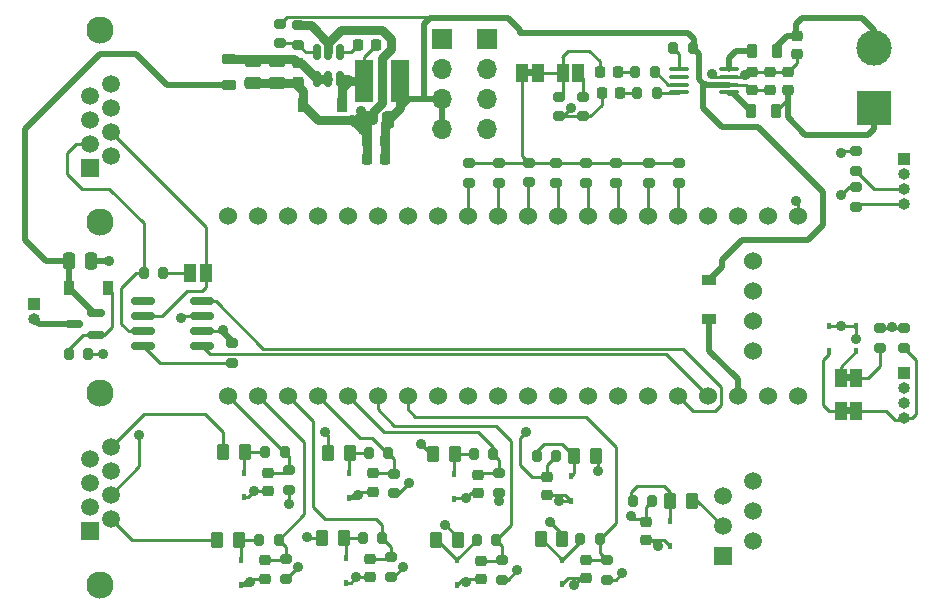
<source format=gtl>
%TF.GenerationSoftware,KiCad,Pcbnew,(6.0.0)*%
%TF.CreationDate,2022-01-05T17:07:16+01:00*%
%TF.ProjectId,soar_audio,736f6172-5f61-4756-9469-6f2e6b696361,rev?*%
%TF.SameCoordinates,Original*%
%TF.FileFunction,Copper,L1,Top*%
%TF.FilePolarity,Positive*%
%FSLAX46Y46*%
G04 Gerber Fmt 4.6, Leading zero omitted, Abs format (unit mm)*
G04 Created by KiCad (PCBNEW (6.0.0)) date 2022-01-05 17:07:16*
%MOMM*%
%LPD*%
G01*
G04 APERTURE LIST*
G04 Aperture macros list*
%AMRoundRect*
0 Rectangle with rounded corners*
0 $1 Rounding radius*
0 $2 $3 $4 $5 $6 $7 $8 $9 X,Y pos of 4 corners*
0 Add a 4 corners polygon primitive as box body*
4,1,4,$2,$3,$4,$5,$6,$7,$8,$9,$2,$3,0*
0 Add four circle primitives for the rounded corners*
1,1,$1+$1,$2,$3*
1,1,$1+$1,$4,$5*
1,1,$1+$1,$6,$7*
1,1,$1+$1,$8,$9*
0 Add four rect primitives between the rounded corners*
20,1,$1+$1,$2,$3,$4,$5,0*
20,1,$1+$1,$4,$5,$6,$7,0*
20,1,$1+$1,$6,$7,$8,$9,0*
20,1,$1+$1,$8,$9,$2,$3,0*%
G04 Aperture macros list end*
%TA.AperFunction,ComponentPad*%
%ADD10R,1.500000X1.500000*%
%TD*%
%TA.AperFunction,ComponentPad*%
%ADD11C,1.500000*%
%TD*%
%TA.AperFunction,ComponentPad*%
%ADD12C,2.300000*%
%TD*%
%TA.AperFunction,ComponentPad*%
%ADD13R,1.700000X1.700000*%
%TD*%
%TA.AperFunction,ComponentPad*%
%ADD14O,1.700000X1.700000*%
%TD*%
%TA.AperFunction,SMDPad,CuDef*%
%ADD15RoundRect,0.225000X-0.225000X-0.250000X0.225000X-0.250000X0.225000X0.250000X-0.225000X0.250000X0*%
%TD*%
%TA.AperFunction,SMDPad,CuDef*%
%ADD16RoundRect,0.225000X0.225000X0.250000X-0.225000X0.250000X-0.225000X-0.250000X0.225000X-0.250000X0*%
%TD*%
%TA.AperFunction,SMDPad,CuDef*%
%ADD17RoundRect,0.200000X-0.275000X0.200000X-0.275000X-0.200000X0.275000X-0.200000X0.275000X0.200000X0*%
%TD*%
%TA.AperFunction,ComponentPad*%
%ADD18R,1.000000X1.000000*%
%TD*%
%TA.AperFunction,ComponentPad*%
%ADD19O,1.000000X1.000000*%
%TD*%
%TA.AperFunction,SMDPad,CuDef*%
%ADD20R,1.000000X1.500000*%
%TD*%
%TA.AperFunction,SMDPad,CuDef*%
%ADD21RoundRect,0.225000X0.250000X-0.225000X0.250000X0.225000X-0.250000X0.225000X-0.250000X-0.225000X0*%
%TD*%
%TA.AperFunction,SMDPad,CuDef*%
%ADD22RoundRect,0.225000X-0.250000X0.225000X-0.250000X-0.225000X0.250000X-0.225000X0.250000X0.225000X0*%
%TD*%
%TA.AperFunction,SMDPad,CuDef*%
%ADD23RoundRect,0.150000X0.825000X0.150000X-0.825000X0.150000X-0.825000X-0.150000X0.825000X-0.150000X0*%
%TD*%
%TA.AperFunction,SMDPad,CuDef*%
%ADD24RoundRect,0.200000X-0.200000X-0.275000X0.200000X-0.275000X0.200000X0.275000X-0.200000X0.275000X0*%
%TD*%
%TA.AperFunction,SMDPad,CuDef*%
%ADD25RoundRect,0.250000X0.262500X0.450000X-0.262500X0.450000X-0.262500X-0.450000X0.262500X-0.450000X0*%
%TD*%
%TA.AperFunction,SMDPad,CuDef*%
%ADD26R,0.450000X0.600000*%
%TD*%
%TA.AperFunction,SMDPad,CuDef*%
%ADD27RoundRect,0.250000X-0.250000X-0.475000X0.250000X-0.475000X0.250000X0.475000X-0.250000X0.475000X0*%
%TD*%
%TA.AperFunction,SMDPad,CuDef*%
%ADD28RoundRect,0.250000X-0.475000X0.250000X-0.475000X-0.250000X0.475000X-0.250000X0.475000X0.250000X0*%
%TD*%
%TA.AperFunction,SMDPad,CuDef*%
%ADD29RoundRect,0.250000X-0.262500X-0.450000X0.262500X-0.450000X0.262500X0.450000X-0.262500X0.450000X0*%
%TD*%
%TA.AperFunction,SMDPad,CuDef*%
%ADD30RoundRect,0.200000X0.275000X-0.200000X0.275000X0.200000X-0.275000X0.200000X-0.275000X-0.200000X0*%
%TD*%
%TA.AperFunction,SMDPad,CuDef*%
%ADD31R,0.900000X1.200000*%
%TD*%
%TA.AperFunction,ComponentPad*%
%ADD32R,3.000000X3.000000*%
%TD*%
%TA.AperFunction,ComponentPad*%
%ADD33C,3.000000*%
%TD*%
%TA.AperFunction,ComponentPad*%
%ADD34C,1.524000*%
%TD*%
%TA.AperFunction,SMDPad,CuDef*%
%ADD35RoundRect,0.100000X-0.712500X-0.100000X0.712500X-0.100000X0.712500X0.100000X-0.712500X0.100000X0*%
%TD*%
%TA.AperFunction,SMDPad,CuDef*%
%ADD36RoundRect,0.218750X-0.218750X-0.381250X0.218750X-0.381250X0.218750X0.381250X-0.218750X0.381250X0*%
%TD*%
%TA.AperFunction,SMDPad,CuDef*%
%ADD37RoundRect,0.200000X0.200000X0.275000X-0.200000X0.275000X-0.200000X-0.275000X0.200000X-0.275000X0*%
%TD*%
%TA.AperFunction,SMDPad,CuDef*%
%ADD38RoundRect,0.250000X0.250000X0.475000X-0.250000X0.475000X-0.250000X-0.475000X0.250000X-0.475000X0*%
%TD*%
%TA.AperFunction,SMDPad,CuDef*%
%ADD39RoundRect,0.218750X0.381250X-0.218750X0.381250X0.218750X-0.381250X0.218750X-0.381250X-0.218750X0*%
%TD*%
%TA.AperFunction,SMDPad,CuDef*%
%ADD40RoundRect,0.150000X-0.150000X0.512500X-0.150000X-0.512500X0.150000X-0.512500X0.150000X0.512500X0*%
%TD*%
%TA.AperFunction,SMDPad,CuDef*%
%ADD41R,1.500000X3.600000*%
%TD*%
%TA.AperFunction,SMDPad,CuDef*%
%ADD42RoundRect,0.150000X0.587500X0.150000X-0.587500X0.150000X-0.587500X-0.150000X0.587500X-0.150000X0*%
%TD*%
%TA.AperFunction,SMDPad,CuDef*%
%ADD43R,1.200000X0.900000*%
%TD*%
%TA.AperFunction,ComponentPad*%
%ADD44R,1.520000X1.520000*%
%TD*%
%TA.AperFunction,ComponentPad*%
%ADD45C,1.520000*%
%TD*%
%TA.AperFunction,ViaPad*%
%ADD46C,0.900000*%
%TD*%
%TA.AperFunction,Conductor*%
%ADD47C,0.250000*%
%TD*%
%TA.AperFunction,Conductor*%
%ADD48C,0.500000*%
%TD*%
%TA.AperFunction,Conductor*%
%ADD49C,0.750000*%
%TD*%
G04 APERTURE END LIST*
%TO.C,JP1*%
G36*
X147376500Y-73038000D02*
G01*
X146876500Y-73038000D01*
X146876500Y-72438000D01*
X147376500Y-72438000D01*
X147376500Y-73038000D01*
G37*
%TO.C,JP4*%
G36*
X174352000Y-101646000D02*
G01*
X173852000Y-101646000D01*
X173852000Y-101046000D01*
X174352000Y-101046000D01*
X174352000Y-101646000D01*
G37*
%TO.C,JP3*%
G36*
X174352000Y-98852000D02*
G01*
X173852000Y-98852000D01*
X173852000Y-98252000D01*
X174352000Y-98252000D01*
X174352000Y-98852000D01*
G37*
%TD*%
D10*
%TO.P,J5,1*%
%TO.N,GND*%
X109853000Y-80776000D03*
D11*
%TO.P,J5,3*%
%TO.N,CAN_H*%
X109853000Y-78744000D03*
%TO.P,J5,5*%
%TO.N,unconnected-(J5-Pad5)*%
X109853000Y-76712000D03*
%TO.P,J5,7*%
%TO.N,VSUPPLY_IN*%
X109853000Y-74680000D03*
%TO.P,J5,2*%
%TO.N,GND*%
X111633000Y-79760000D03*
%TO.P,J5,4*%
%TO.N,CAN_L*%
X111633000Y-77728000D03*
%TO.P,J5,6*%
%TO.N,unconnected-(J5-Pad6)*%
X111633000Y-75696000D03*
%TO.P,J5,8*%
%TO.N,VSUPPLY_IN*%
X111633000Y-73664000D03*
D12*
%TO.P,J5,SH*%
%TO.N,N/C*%
X110743000Y-69086000D03*
X110743000Y-85346000D03*
%TD*%
D10*
%TO.P,J1,1*%
%TO.N,GND*%
X109853000Y-111510000D03*
D11*
%TO.P,J1,3*%
%TO.N,Flaps_Input3*%
X109853000Y-109478000D03*
%TO.P,J1,5*%
%TO.N,Flaps_Input5*%
X109853000Y-107446000D03*
%TO.P,J1,7*%
%TO.N,Flaps_Input7*%
X109853000Y-105414000D03*
%TO.P,J1,2*%
%TO.N,Flaps_Input2*%
X111633000Y-110494000D03*
%TO.P,J1,4*%
%TO.N,Flaps_Input4*%
X111633000Y-108462000D03*
%TO.P,J1,6*%
%TO.N,Flaps_Input6*%
X111633000Y-106430000D03*
%TO.P,J1,8*%
%TO.N,Flaps_Input1*%
X111633000Y-104398000D03*
D12*
%TO.P,J1,SH*%
%TO.N,N/C*%
X110743000Y-99820000D03*
X110743000Y-116080000D03*
%TD*%
D13*
%TO.P,J9,1*%
%TO.N,GND*%
X143510000Y-69860000D03*
D14*
%TO.P,J9,2*%
X143510000Y-72400000D03*
%TO.P,J9,3*%
%TO.N,+3V3*%
X143510000Y-74940000D03*
%TO.P,J9,4*%
X143510000Y-77480000D03*
%TD*%
D13*
%TO.P,J8,1*%
%TO.N,GND*%
X139700000Y-69860000D03*
D14*
%TO.P,J8,2*%
X139700000Y-72400000D03*
%TO.P,J8,3*%
%TO.N,+5V*%
X139700000Y-74940000D03*
%TO.P,J8,4*%
X139700000Y-77480000D03*
%TD*%
D15*
%TO.P,C10,1*%
%TO.N,GND*%
X133337000Y-78486000D03*
%TO.P,C10,2*%
%TO.N,+5V*%
X134887000Y-78486000D03*
%TD*%
D16*
%TO.P,C8,1*%
%TO.N,+5V*%
X134887000Y-80010000D03*
%TO.P,C8,2*%
%TO.N,GND*%
X133337000Y-80010000D03*
%TD*%
D17*
%TO.P,R16,2*%
%TO.N,SDA*%
X178816000Y-96012000D03*
%TO.P,R16,1*%
%TO.N,+3V3*%
X178816000Y-94362000D03*
%TD*%
D18*
%TO.P,J6,1*%
%TO.N,GND*%
X178816000Y-98176000D03*
D19*
%TO.P,J6,2*%
%TO.N,+3V3*%
X178816000Y-99446000D03*
%TO.P,J6,3*%
%TO.N,SCL*%
X178816000Y-100716000D03*
%TO.P,J6,4*%
%TO.N,SDA*%
X178816000Y-101986000D03*
%TD*%
D18*
%TO.P,J7,1*%
%TO.N,GND*%
X105156000Y-92314000D03*
D19*
%TO.P,J7,2*%
%TO.N,VSUPPLY_IN*%
X105156000Y-93584000D03*
%TD*%
D20*
%TO.P,JP1,1,A*%
%TO.N,AIN+*%
X146476500Y-72738000D03*
%TO.P,JP1,2,B*%
%TO.N,Net-(C12-Pad2)*%
X147776500Y-72738000D03*
%TD*%
D21*
%TO.P,C21,1*%
%TO.N,GND*%
X143002000Y-115596000D03*
%TO.P,C21,2*%
%TO.N,Flaps_In6*%
X143002000Y-114046000D03*
%TD*%
D22*
%TO.P,C16,1*%
%TO.N,Net-(C16-Pad1)*%
X169718500Y-69596000D03*
%TO.P,C16,2*%
%TO.N,GND*%
X169718500Y-71146000D03*
%TD*%
D20*
%TO.P,JP4,1,A*%
%TO.N,Net-(D6-Pad2)*%
X173452000Y-101346000D03*
%TO.P,JP4,2,B*%
%TO.N,SDA*%
X174752000Y-101346000D03*
%TD*%
%TO.P,JP3,2,B*%
%TO.N,Net-(D5-Pad2)*%
X173452000Y-98552000D03*
%TO.P,JP3,1,A*%
%TO.N,SCL*%
X174752000Y-98552000D03*
%TD*%
D17*
%TO.P,R10,1*%
%TO.N,GND*%
X121920000Y-95632000D03*
%TO.P,R10,2*%
%TO.N,Net-(R10-Pad2)*%
X121920000Y-97282000D03*
%TD*%
D23*
%TO.P,U3,1,D*%
%TO.N,CAN_TX*%
X119315000Y-95885000D03*
%TO.P,U3,2,GND*%
%TO.N,GND*%
X119315000Y-94615000D03*
%TO.P,U3,3,VCC*%
%TO.N,+3V3*%
X119315000Y-93345000D03*
%TO.P,U3,4,R*%
%TO.N,CAN_RX*%
X119315000Y-92075000D03*
%TO.P,U3,5,Vref*%
%TO.N,unconnected-(U3-Pad5)*%
X114365000Y-92075000D03*
%TO.P,U3,6,CANL*%
%TO.N,CAN_L*%
X114365000Y-93345000D03*
%TO.P,U3,7,CANH*%
%TO.N,CAN_H*%
X114365000Y-94615000D03*
%TO.P,U3,8,Rs*%
%TO.N,Net-(R10-Pad2)*%
X114365000Y-95885000D03*
%TD*%
D21*
%TO.P,C6,1*%
%TO.N,GND*%
X124968000Y-108167000D03*
%TO.P,C6,2*%
%TO.N,Flaps_In1*%
X124968000Y-106617000D03*
%TD*%
D17*
%TO.P,R28,1*%
%TO.N,Flaps_In5*%
X144526000Y-106617000D03*
%TO.P,R28,2*%
%TO.N,+3V3*%
X144526000Y-108267000D03*
%TD*%
D24*
%TO.P,R33,1*%
%TO.N,Net-(D17-Pad2)*%
X151384000Y-112205000D03*
%TO.P,R33,2*%
%TO.N,Flaps_In7*%
X153034000Y-112205000D03*
%TD*%
%TO.P,R12,1*%
%TO.N,Net-(C11-Pad2)*%
X156193500Y-74422000D03*
%TO.P,R12,2*%
%TO.N,Net-(R12-Pad2)*%
X157843500Y-74422000D03*
%TD*%
D25*
%TO.P,R44,1*%
%TO.N,ADC_Input1*%
X152701000Y-105156000D03*
%TO.P,R44,2*%
%TO.N,Net-(D21-Pad2)*%
X150876000Y-105156000D03*
%TD*%
D26*
%TO.P,D2,1,A1*%
%TO.N,GND*%
X122936000Y-108683000D03*
%TO.P,D2,2,A2*%
%TO.N,Net-(D2-Pad2)*%
X122936000Y-106583000D03*
%TD*%
D27*
%TO.P,C1,1*%
%TO.N,VSUPPLY*%
X108082000Y-88646000D03*
%TO.P,C1,2*%
%TO.N,GND*%
X109982000Y-88646000D03*
%TD*%
D26*
%TO.P,D16,1,A1*%
%TO.N,GND*%
X140970000Y-116112000D03*
%TO.P,D16,2,A2*%
%TO.N,Net-(D16-Pad2)*%
X140970000Y-114012000D03*
%TD*%
D16*
%TO.P,C7,1*%
%TO.N,Net-(C7-Pad1)*%
X134125000Y-70358000D03*
%TO.P,C7,2*%
%TO.N,Net-(C7-Pad2)*%
X132575000Y-70358000D03*
%TD*%
D28*
%TO.P,C4,1*%
%TO.N,Net-(C2-Pad1)*%
X125730000Y-71694000D03*
%TO.P,C4,2*%
%TO.N,GND*%
X125730000Y-73594000D03*
%TD*%
D29*
%TO.P,R2,1*%
%TO.N,Flaps_Input1*%
X121158000Y-104839000D03*
%TO.P,R2,2*%
%TO.N,Net-(D2-Pad2)*%
X122983000Y-104839000D03*
%TD*%
D30*
%TO.P,R36,1*%
%TO.N,PWM_B*%
X157226000Y-82042000D03*
%TO.P,R36,2*%
%TO.N,AIN+*%
X157226000Y-80392000D03*
%TD*%
D31*
%TO.P,D3,1,K*%
%TO.N,Net-(C7-Pad1)*%
X131190000Y-75438000D03*
%TO.P,D3,2,A*%
%TO.N,GND*%
X127890000Y-75438000D03*
%TD*%
D26*
%TO.P,D4,1,A1*%
%TO.N,GND*%
X159004000Y-112810000D03*
%TO.P,D4,2,A2*%
%TO.N,Net-(D4-Pad2)*%
X159004000Y-110710000D03*
%TD*%
D20*
%TO.P,JP2,1,A*%
%TO.N,CAN_L*%
X119664000Y-89662000D03*
%TO.P,JP2,2,B*%
%TO.N,Net-(JP2-Pad2)*%
X118364000Y-89662000D03*
%TD*%
D24*
%TO.P,R27,1*%
%TO.N,Net-(D15-Pad2)*%
X142368000Y-104965000D03*
%TO.P,R27,2*%
%TO.N,Flaps_In5*%
X144018000Y-104965000D03*
%TD*%
D17*
%TO.P,R34,1*%
%TO.N,Flaps_In7*%
X153670000Y-113983000D03*
%TO.P,R34,2*%
%TO.N,+3V3*%
X153670000Y-115633000D03*
%TD*%
%TO.P,R19,1*%
%TO.N,Flaps_In3*%
X135382000Y-113729000D03*
%TO.P,R19,2*%
%TO.N,+3V3*%
X135382000Y-115379000D03*
%TD*%
D25*
%TO.P,R7,1*%
%TO.N,ADC_Input2*%
X160829000Y-108966000D03*
%TO.P,R7,2*%
%TO.N,Net-(D4-Pad2)*%
X159004000Y-108966000D03*
%TD*%
D21*
%TO.P,C3,1*%
%TO.N,GND*%
X127508000Y-73485000D03*
%TO.P,C3,2*%
%TO.N,Net-(C2-Pad1)*%
X127508000Y-71935000D03*
%TD*%
D19*
%TO.P,J3,4*%
%TO.N,SDA2*%
X178816000Y-83820000D03*
%TO.P,J3,3*%
%TO.N,SCL2*%
X178816000Y-82550000D03*
%TO.P,J3,2*%
%TO.N,+3V3*%
X178816000Y-81280000D03*
D18*
%TO.P,J3,1*%
%TO.N,GND*%
X178816000Y-80010000D03*
%TD*%
D17*
%TO.P,R40,1*%
%TO.N,AIN+*%
X147066000Y-80329000D03*
%TO.P,R40,2*%
%TO.N,ATTN_4*%
X147066000Y-81979000D03*
%TD*%
D32*
%TO.P,J4,1,Pin_1*%
%TO.N,Net-(C15-Pad1)*%
X176276000Y-75692000D03*
D33*
%TO.P,J4,2,Pin_2*%
%TO.N,Net-(C16-Pad1)*%
X176276000Y-70612000D03*
%TD*%
D24*
%TO.P,R23,1*%
%TO.N,Net-(D14-Pad2)*%
X133478000Y-104902000D03*
%TO.P,R23,2*%
%TO.N,Flaps_In4*%
X135128000Y-104902000D03*
%TD*%
D34*
%TO.P,U6,VBAT,Vbat*%
%TO.N,+3V3*%
X169799000Y-84836000D03*
%TO.P,U6,SWO*%
%TO.N,N/C*%
X165989000Y-93726000D03*
%TO.P,U6,SWCLK*%
X165989000Y-91186000D03*
%TO.P,U6,PC15,PC15*%
%TO.N,unconnected-(U6-PadPC15)*%
X162179000Y-84836000D03*
%TO.P,U6,PC14,PC14*%
%TO.N,unconnected-(U6-PadPC14)*%
X164719000Y-84836000D03*
%TO.P,U6,PC13,PC13*%
%TO.N,unconnected-(U6-PadPC13)*%
X167259000Y-84836000D03*
%TO.P,U6,PB15,PB15*%
%TO.N,Flaps_In4*%
X129159000Y-100076000D03*
%TO.P,U6,PB14,PB14*%
%TO.N,Flaps_In3*%
X126619000Y-100076000D03*
%TO.P,U6,PB13,PB13*%
%TO.N,Flaps_In2*%
X124079000Y-100076000D03*
%TO.P,U6,PB12,PB12*%
%TO.N,Flaps_In1*%
X121539000Y-100076000D03*
%TO.P,U6,PB11,PB11*%
%TO.N,SDA2*%
X131699000Y-84836000D03*
%TO.P,U6,PB10,PB10*%
%TO.N,SCL2*%
X134239000Y-84836000D03*
%TO.P,U6,PB9,PB9*%
%TO.N,CAN_TX*%
X162179000Y-100076000D03*
%TO.P,U6,PB8,PB8*%
%TO.N,CAN_RX*%
X159639000Y-100076000D03*
%TO.P,U6,PB7,PB7*%
%TO.N,SDA*%
X157099000Y-100076000D03*
%TO.P,U6,PB6,PB6*%
%TO.N,SCL*%
X154559000Y-100076000D03*
%TO.P,U6,PB5,PB5*%
%TO.N,unconnected-(U6-PadPB5)*%
X152019000Y-100076000D03*
%TO.P,U6,PB4,PB4*%
%TO.N,unconnected-(U6-PadPB4)*%
X149479000Y-100076000D03*
%TO.P,U6,PB3,PB3*%
%TO.N,unconnected-(U6-PadPB3)*%
X146939000Y-100076000D03*
%TO.P,U6,PB1,PB1*%
%TO.N,ADC_In2*%
X136779000Y-84836000D03*
%TO.P,U6,PB0,PB0*%
%TO.N,ADC_In1*%
X139319000Y-84836000D03*
%TO.P,U6,PA15,PA15*%
%TO.N,unconnected-(U6-PadPA15)*%
X144399000Y-100076000D03*
%TO.P,U6,PA12,PA12*%
%TO.N,unconnected-(U6-PadPA12)*%
X141859000Y-100076000D03*
%TO.P,U6,PA11,PA11*%
%TO.N,unconnected-(U6-PadPA11)*%
X139319000Y-100076000D03*
%TO.P,U6,PA10,PA10*%
%TO.N,Flaps_In7*%
X136779000Y-100076000D03*
%TO.P,U6,PA9,PA9*%
%TO.N,Flaps_In6*%
X134239000Y-100076000D03*
%TO.P,U6,PA8,PA8*%
%TO.N,Flaps_In5*%
X131699000Y-100076000D03*
%TO.P,U6,PA7,PA7*%
%TO.N,ATTN_6*%
X141859000Y-84836000D03*
%TO.P,U6,PA6,PA6*%
%TO.N,ATTN_5*%
X144399000Y-84836000D03*
%TO.P,U6,PA5,PA5*%
%TO.N,ATTN_4*%
X146939000Y-84836000D03*
%TO.P,U6,PA4,PA4*%
%TO.N,ATTN_3*%
X149479000Y-84836000D03*
%TO.P,U6,PA3,PA3*%
%TO.N,ATTN_2*%
X152019000Y-84836000D03*
%TO.P,U6,PA2,PA2*%
%TO.N,ATTN_1*%
X154559000Y-84836000D03*
%TO.P,U6,PA1,PA1*%
%TO.N,PWM_B*%
X157099000Y-84836000D03*
%TO.P,U6,PA0,PA0*%
%TO.N,PWM_A*%
X159639000Y-84836000D03*
%TO.P,U6,NRST,RESET*%
%TO.N,unconnected-(U6-PadNRST)*%
X129159000Y-84836000D03*
%TO.P,U6,G,GND*%
%TO.N,GND*%
X124079000Y-84836000D03*
X121539000Y-84836000D03*
X165989000Y-88646000D03*
X167259000Y-100076000D03*
%TO.P,U6,5V,5V*%
%TO.N,Net-(D7-Pad1)*%
X164719000Y-100076000D03*
%TO.P,U6,3V3,3.3V*%
%TO.N,+3V3*%
X126619000Y-84836000D03*
X169799000Y-100076000D03*
X165989000Y-96266000D03*
%TD*%
D21*
%TO.P,C5,1*%
%TO.N,GND*%
X156972000Y-112281000D03*
%TO.P,C5,2*%
%TO.N,ADC_In2*%
X156972000Y-110731000D03*
%TD*%
%TO.P,C26,1*%
%TO.N,GND*%
X148590000Y-108484000D03*
%TO.P,C26,2*%
%TO.N,ADC_In1*%
X148590000Y-106934000D03*
%TD*%
D17*
%TO.P,R41,1*%
%TO.N,AIN+*%
X144526000Y-80392000D03*
%TO.P,R41,2*%
%TO.N,ATTN_5*%
X144526000Y-82042000D03*
%TD*%
D35*
%TO.P,U4,1,~{SD}*%
%TO.N,Net-(R13-Pad2)*%
X159732000Y-72431000D03*
%TO.P,U4,2,NC*%
%TO.N,unconnected-(U4-Pad2)*%
X159732000Y-73081000D03*
%TO.P,U4,3,IN+*%
%TO.N,Net-(R11-Pad2)*%
X159732000Y-73731000D03*
%TO.P,U4,4,IN-*%
%TO.N,Net-(R12-Pad2)*%
X159732000Y-74381000D03*
%TO.P,U4,5,OUT+*%
%TO.N,Net-(FB3-Pad1)*%
X163957000Y-74381000D03*
%TO.P,U4,6,VDD*%
%TO.N,+5V*%
X163957000Y-73731000D03*
%TO.P,U4,7,GND*%
%TO.N,GND*%
X163957000Y-73081000D03*
%TO.P,U4,8,OUT-*%
%TO.N,Net-(FB4-Pad1)*%
X163957000Y-72431000D03*
%TD*%
D26*
%TO.P,D6,2,A2*%
%TO.N,Net-(D6-Pad2)*%
X172466000Y-96300000D03*
%TO.P,D6,1,A1*%
%TO.N,GND*%
X172466000Y-94200000D03*
%TD*%
D17*
%TO.P,R46,1*%
%TO.N,+3V3*%
X174752000Y-82424000D03*
%TO.P,R46,2*%
%TO.N,SDA2*%
X174752000Y-84074000D03*
%TD*%
D16*
%TO.P,C12,1*%
%TO.N,Net-(C12-Pad1)*%
X154566500Y-72688000D03*
%TO.P,C12,2*%
%TO.N,Net-(C12-Pad2)*%
X153016500Y-72688000D03*
%TD*%
D24*
%TO.P,R45,1*%
%TO.N,Net-(D21-Pad2)*%
X147702000Y-105156000D03*
%TO.P,R45,2*%
%TO.N,ADC_In1*%
X149352000Y-105156000D03*
%TD*%
D17*
%TO.P,R24,1*%
%TO.N,Flaps_In2*%
X126492000Y-113920000D03*
%TO.P,R24,2*%
%TO.N,+3V3*%
X126492000Y-115570000D03*
%TD*%
%TO.P,R35,1*%
%TO.N,AIN+*%
X159766000Y-80392000D03*
%TO.P,R35,2*%
%TO.N,PWM_A*%
X159766000Y-82042000D03*
%TD*%
D28*
%TO.P,C2,1*%
%TO.N,Net-(C2-Pad1)*%
X123698000Y-71694000D03*
%TO.P,C2,2*%
%TO.N,GND*%
X123698000Y-73594000D03*
%TD*%
D36*
%TO.P,FB4,1*%
%TO.N,Net-(FB4-Pad1)*%
X165908500Y-70866000D03*
%TO.P,FB4,2*%
%TO.N,Net-(C16-Pad1)*%
X168033500Y-70866000D03*
%TD*%
D17*
%TO.P,R5,1*%
%TO.N,+5V*%
X125984000Y-68580000D03*
%TO.P,R5,2*%
%TO.N,Net-(R5-Pad2)*%
X125984000Y-70230000D03*
%TD*%
D25*
%TO.P,R29,1*%
%TO.N,Flaps_Input6*%
X141017000Y-112268000D03*
%TO.P,R29,2*%
%TO.N,Net-(D16-Pad2)*%
X139192000Y-112268000D03*
%TD*%
D15*
%TO.P,C11,1*%
%TO.N,GND*%
X153182500Y-74422000D03*
%TO.P,C11,2*%
%TO.N,Net-(C11-Pad2)*%
X154732500Y-74422000D03*
%TD*%
D17*
%TO.P,R15,2*%
%TO.N,SCL*%
X176784000Y-96012000D03*
%TO.P,R15,1*%
%TO.N,+3V3*%
X176784000Y-94362000D03*
%TD*%
D26*
%TO.P,D17,1,A1*%
%TO.N,GND*%
X149860000Y-116049000D03*
%TO.P,D17,2,A2*%
%TO.N,Net-(D17-Pad2)*%
X149860000Y-113949000D03*
%TD*%
D17*
%TO.P,R9,1*%
%TO.N,Net-(C12-Pad2)*%
X149606000Y-74758000D03*
%TO.P,R9,2*%
%TO.N,GND*%
X149606000Y-76408000D03*
%TD*%
D24*
%TO.P,R22,1*%
%TO.N,Net-(D13-Pad2)*%
X124206000Y-112268000D03*
%TO.P,R22,2*%
%TO.N,Flaps_In2*%
X125856000Y-112268000D03*
%TD*%
D17*
%TO.P,R42,1*%
%TO.N,AIN+*%
X141986000Y-80392000D03*
%TO.P,R42,2*%
%TO.N,ATTN_6*%
X141986000Y-82042000D03*
%TD*%
D21*
%TO.P,C17,1*%
%TO.N,GND*%
X133604000Y-115405000D03*
%TO.P,C17,2*%
%TO.N,Flaps_In3*%
X133604000Y-113855000D03*
%TD*%
D29*
%TO.P,R26,1*%
%TO.N,Flaps_Input5*%
X138938000Y-104965000D03*
%TO.P,R26,2*%
%TO.N,Net-(D15-Pad2)*%
X140763000Y-104965000D03*
%TD*%
D17*
%TO.P,R38,1*%
%TO.N,AIN+*%
X151892000Y-80392000D03*
%TO.P,R38,2*%
%TO.N,ATTN_2*%
X151892000Y-82042000D03*
%TD*%
D20*
%TO.P,JP5,1,A*%
%TO.N,Net-(C12-Pad2)*%
X149901500Y-72763000D03*
%TO.P,JP5,2,B*%
%TO.N,Net-(JP5-Pad2)*%
X151201500Y-72763000D03*
%TD*%
D24*
%TO.P,R30,1*%
%TO.N,Net-(D16-Pad2)*%
X142622000Y-112268000D03*
%TO.P,R30,2*%
%TO.N,Flaps_In6*%
X144272000Y-112268000D03*
%TD*%
D37*
%TO.P,R1,1*%
%TO.N,GND*%
X109728000Y-96520000D03*
%TO.P,R1,2*%
%TO.N,Net-(D1-Pad2)*%
X108078000Y-96520000D03*
%TD*%
D26*
%TO.P,D14,1,A1*%
%TO.N,GND*%
X131826000Y-108746000D03*
%TO.P,D14,2,A2*%
%TO.N,Net-(D14-Pad2)*%
X131826000Y-106646000D03*
%TD*%
D37*
%TO.P,R13,1*%
%TO.N,+5V*%
X160891500Y-70612000D03*
%TO.P,R13,2*%
%TO.N,Net-(R13-Pad2)*%
X159241500Y-70612000D03*
%TD*%
D26*
%TO.P,D21,1,A1*%
%TO.N,GND*%
X150622000Y-109000000D03*
%TO.P,D21,2,A2*%
%TO.N,Net-(D21-Pad2)*%
X150622000Y-106900000D03*
%TD*%
D17*
%TO.P,R47,1*%
%TO.N,Net-(JP5-Pad2)*%
X151638000Y-74738000D03*
%TO.P,R47,2*%
%TO.N,GND*%
X151638000Y-76388000D03*
%TD*%
D31*
%TO.P,D1,1,K*%
%TO.N,VSUPPLY*%
X108078000Y-90932000D03*
%TO.P,D1,2,A*%
%TO.N,Net-(D1-Pad2)*%
X111378000Y-90932000D03*
%TD*%
D21*
%TO.P,C14,1*%
%TO.N,+5V*%
X165908500Y-74194000D03*
%TO.P,C14,2*%
%TO.N,GND*%
X165908500Y-72644000D03*
%TD*%
D38*
%TO.P,C9,1*%
%TO.N,+5V*%
X135128000Y-76708000D03*
%TO.P,C9,2*%
%TO.N,GND*%
X133228000Y-76708000D03*
%TD*%
D21*
%TO.P,C18,1*%
%TO.N,GND*%
X124714000Y-115570000D03*
%TO.P,C18,2*%
%TO.N,Flaps_In2*%
X124714000Y-114020000D03*
%TD*%
D17*
%TO.P,R37,1*%
%TO.N,AIN+*%
X154432000Y-80392000D03*
%TO.P,R37,2*%
%TO.N,ATTN_1*%
X154432000Y-82042000D03*
%TD*%
D24*
%TO.P,R11,1*%
%TO.N,Net-(C12-Pad1)*%
X156016500Y-72688000D03*
%TO.P,R11,2*%
%TO.N,Net-(R11-Pad2)*%
X157666500Y-72688000D03*
%TD*%
D26*
%TO.P,D13,1,A1*%
%TO.N,GND*%
X122682000Y-116112000D03*
%TO.P,D13,2,A2*%
%TO.N,Net-(D13-Pad2)*%
X122682000Y-114012000D03*
%TD*%
D17*
%TO.P,R39,1*%
%TO.N,AIN+*%
X149352000Y-80392000D03*
%TO.P,R39,2*%
%TO.N,ATTN_3*%
X149352000Y-82042000D03*
%TD*%
D39*
%TO.P,FB1,1*%
%TO.N,VSUPPLY*%
X121666000Y-73726000D03*
%TO.P,FB1,2*%
%TO.N,Net-(C2-Pad1)*%
X121666000Y-71601000D03*
%TD*%
D21*
%TO.P,C15,1*%
%TO.N,Net-(C15-Pad1)*%
X168956500Y-74194000D03*
%TO.P,C15,2*%
%TO.N,GND*%
X168956500Y-72644000D03*
%TD*%
D40*
%TO.P,U1,1,CB*%
%TO.N,Net-(C7-Pad2)*%
X130998000Y-70998500D03*
%TO.P,U1,2,GND*%
%TO.N,GND*%
X130048000Y-70998500D03*
%TO.P,U1,3,FB*%
%TO.N,Net-(R5-Pad2)*%
X129098000Y-70998500D03*
%TO.P,U1,4,EN*%
%TO.N,Net-(C2-Pad1)*%
X129098000Y-73273500D03*
%TO.P,U1,5,VIN*%
X130048000Y-73273500D03*
%TO.P,U1,6,SW*%
%TO.N,Net-(C7-Pad1)*%
X130998000Y-73273500D03*
%TD*%
D29*
%TO.P,R21,1*%
%TO.N,Flaps_Input4*%
X130048000Y-104902000D03*
%TO.P,R21,2*%
%TO.N,Net-(D14-Pad2)*%
X131873000Y-104902000D03*
%TD*%
D21*
%TO.P,C19,1*%
%TO.N,GND*%
X133858000Y-108204000D03*
%TO.P,C19,2*%
%TO.N,Flaps_In4*%
X133858000Y-106654000D03*
%TD*%
D41*
%TO.P,L1,1*%
%TO.N,Net-(C7-Pad1)*%
X133096000Y-73406000D03*
%TO.P,L1,2*%
%TO.N,+5V*%
X136146000Y-73406000D03*
%TD*%
D26*
%TO.P,D12,1,A1*%
%TO.N,GND*%
X131572000Y-115887000D03*
%TO.P,D12,2,A2*%
%TO.N,Net-(D12-Pad2)*%
X131572000Y-113787000D03*
%TD*%
D24*
%TO.P,R8,1*%
%TO.N,Net-(D4-Pad2)*%
X155830000Y-108966000D03*
%TO.P,R8,2*%
%TO.N,ADC_In2*%
X157480000Y-108966000D03*
%TD*%
D21*
%TO.P,C22,1*%
%TO.N,GND*%
X151892000Y-115533000D03*
%TO.P,C22,2*%
%TO.N,Flaps_In7*%
X151892000Y-113983000D03*
%TD*%
D26*
%TO.P,D15,1,A1*%
%TO.N,GND*%
X140716000Y-108809000D03*
%TO.P,D15,2,A2*%
%TO.N,Net-(D15-Pad2)*%
X140716000Y-106709000D03*
%TD*%
D24*
%TO.P,R18,1*%
%TO.N,Net-(D12-Pad2)*%
X132970000Y-112077000D03*
%TO.P,R18,2*%
%TO.N,Flaps_In3*%
X134620000Y-112077000D03*
%TD*%
D26*
%TO.P,D5,2,A2*%
%TO.N,Net-(D5-Pad2)*%
X174752000Y-96300000D03*
%TO.P,D5,1,A1*%
%TO.N,GND*%
X174752000Y-94200000D03*
%TD*%
D30*
%TO.P,R6,1*%
%TO.N,Net-(R5-Pad2)*%
X127508000Y-70358000D03*
%TO.P,R6,2*%
%TO.N,GND*%
X127508000Y-68708000D03*
%TD*%
D42*
%TO.P,Q1,1,G*%
%TO.N,Net-(D1-Pad2)*%
X110411500Y-94930000D03*
%TO.P,Q1,2,S*%
%TO.N,VSUPPLY*%
X110411500Y-93030000D03*
%TO.P,Q1,3,D*%
%TO.N,VSUPPLY_IN*%
X108536500Y-93980000D03*
%TD*%
D29*
%TO.P,R17,1*%
%TO.N,Flaps_Input3*%
X129540000Y-112077000D03*
%TO.P,R17,2*%
%TO.N,Net-(D12-Pad2)*%
X131365000Y-112077000D03*
%TD*%
D43*
%TO.P,D7,1,K*%
%TO.N,Net-(D7-Pad1)*%
X162306000Y-93598000D03*
%TO.P,D7,2,A*%
%TO.N,+5V*%
X162306000Y-90298000D03*
%TD*%
D17*
%TO.P,R43,1*%
%TO.N,+3V3*%
X174752000Y-79376000D03*
%TO.P,R43,2*%
%TO.N,SCL2*%
X174752000Y-81026000D03*
%TD*%
D21*
%TO.P,C20,1*%
%TO.N,GND*%
X142748000Y-108293000D03*
%TO.P,C20,2*%
%TO.N,Flaps_In5*%
X142748000Y-106743000D03*
%TD*%
D25*
%TO.P,R32,1*%
%TO.N,Flaps_Input7*%
X149860000Y-112205000D03*
%TO.P,R32,2*%
%TO.N,Net-(D17-Pad2)*%
X148035000Y-112205000D03*
%TD*%
D24*
%TO.P,R14,1*%
%TO.N,CAN_H*%
X114428000Y-89662000D03*
%TO.P,R14,2*%
%TO.N,Net-(JP2-Pad2)*%
X116078000Y-89662000D03*
%TD*%
D36*
%TO.P,FB3,1*%
%TO.N,Net-(FB3-Pad1)*%
X165815500Y-75946000D03*
%TO.P,FB3,2*%
%TO.N,Net-(C15-Pad1)*%
X167940500Y-75946000D03*
%TD*%
D44*
%TO.P,J2,1*%
%TO.N,GND*%
X163426000Y-113660000D03*
D45*
%TO.P,J2,2*%
%TO.N,ADC_Input1*%
X165966000Y-112390000D03*
%TO.P,J2,3*%
%TO.N,ADC_Input2*%
X163426000Y-111120000D03*
%TO.P,J2,4*%
%TO.N,Flaps_Input6*%
X165966000Y-109850000D03*
%TO.P,J2,5*%
%TO.N,Flaps_Input7*%
X163426000Y-108580000D03*
%TO.P,J2,6*%
%TO.N,+3V3*%
X165966000Y-107310000D03*
%TD*%
D17*
%TO.P,R4,1*%
%TO.N,Flaps_In1*%
X126746000Y-106363000D03*
%TO.P,R4,2*%
%TO.N,+3V3*%
X126746000Y-108013000D03*
%TD*%
D21*
%TO.P,C13,1*%
%TO.N,+5V*%
X167432500Y-74194000D03*
%TO.P,C13,2*%
%TO.N,GND*%
X167432500Y-72644000D03*
%TD*%
D24*
%TO.P,R3,1*%
%TO.N,Net-(D2-Pad2)*%
X124714000Y-104839000D03*
%TO.P,R3,2*%
%TO.N,Flaps_In1*%
X126364000Y-104839000D03*
%TD*%
D17*
%TO.P,R31,1*%
%TO.N,Flaps_In6*%
X144780000Y-113983000D03*
%TO.P,R31,2*%
%TO.N,+3V3*%
X144780000Y-115633000D03*
%TD*%
%TO.P,R25,1*%
%TO.N,Flaps_In4*%
X135636000Y-106680000D03*
%TO.P,R25,2*%
%TO.N,+3V3*%
X135636000Y-108330000D03*
%TD*%
D29*
%TO.P,R20,1*%
%TO.N,Flaps_Input2*%
X120650000Y-112268000D03*
%TO.P,R20,2*%
%TO.N,Net-(D13-Pad2)*%
X122475000Y-112268000D03*
%TD*%
D46*
%TO.N,+3V3*%
X173482000Y-83058000D03*
X173482000Y-79502000D03*
%TO.N,GND*%
X173448000Y-94200000D03*
X162557877Y-72831500D03*
X165310662Y-72956500D03*
X132842000Y-75946000D03*
X132969000Y-77597000D03*
X132080000Y-76708000D03*
X133858000Y-76708000D03*
%TO.N,+3V3*%
X177800000Y-94234000D03*
%TO.N,GND*%
X174752000Y-95250000D03*
X132588000Y-108458000D03*
X149606000Y-108966000D03*
X157988000Y-112776000D03*
X141732000Y-115824000D03*
X110998000Y-96520000D03*
X121158000Y-94488000D03*
X150622000Y-75692000D03*
X123444000Y-115824000D03*
X150876000Y-116078000D03*
X141732000Y-108712000D03*
X132423000Y-115405000D03*
X111506000Y-88646000D03*
X123735000Y-108167000D03*
%TO.N,+3V3*%
X126746000Y-109220000D03*
X136906000Y-107442000D03*
X136398000Y-114554000D03*
X154940000Y-115062000D03*
X169672000Y-83566000D03*
X144526000Y-108966000D03*
X117602000Y-93472000D03*
X146050000Y-114808000D03*
X127508000Y-114554000D03*
%TO.N,Flaps_Input3*%
X128270000Y-112014000D03*
%TO.N,Flaps_Input5*%
X137922000Y-104140000D03*
%TO.N,Flaps_Input7*%
X148844000Y-110744000D03*
%TO.N,Flaps_Input4*%
X114046000Y-103365500D03*
X129794000Y-103136500D03*
%TO.N,Flaps_Input6*%
X139954000Y-110998000D03*
%TO.N,ADC_In2*%
X155702000Y-110236000D03*
%TO.N,ADC_In1*%
X146812000Y-103124000D03*
%TO.N,ADC_Input1*%
X152908000Y-106426000D03*
%TD*%
D47*
%TO.N,+3V3*%
X174116000Y-82424000D02*
X173482000Y-83058000D01*
X174752000Y-82424000D02*
X174116000Y-82424000D01*
X173608000Y-79376000D02*
X173482000Y-79502000D01*
X174752000Y-79376000D02*
X173608000Y-79376000D01*
%TO.N,SCL2*%
X176276000Y-82550000D02*
X178816000Y-82550000D01*
X174752000Y-81026000D02*
X176276000Y-82550000D01*
%TO.N,SDA2*%
X175006000Y-83820000D02*
X178816000Y-83820000D01*
X174752000Y-84074000D02*
X175006000Y-83820000D01*
%TO.N,SDA*%
X178054000Y-102108000D02*
X178694000Y-102108000D01*
X177292000Y-101346000D02*
X178054000Y-102108000D01*
X178694000Y-102108000D02*
X178816000Y-101986000D01*
X174752000Y-101346000D02*
X177292000Y-101346000D01*
%TO.N,SCL*%
X176784000Y-97536000D02*
X176784000Y-96012000D01*
X175768000Y-98552000D02*
X176784000Y-97536000D01*
X174752000Y-98552000D02*
X175768000Y-98552000D01*
%TO.N,Net-(D5-Pad2)*%
X173452000Y-97600000D02*
X173452000Y-98552000D01*
X174752000Y-96300000D02*
X173452000Y-97600000D01*
%TO.N,Net-(D6-Pad2)*%
X172466000Y-101346000D02*
X173452000Y-101346000D01*
X171958000Y-97028000D02*
X171958000Y-100838000D01*
X171958000Y-100838000D02*
X172466000Y-101346000D01*
X172466000Y-96520000D02*
X171958000Y-97028000D01*
X172466000Y-96300000D02*
X172466000Y-96520000D01*
%TO.N,GND*%
X172466000Y-94200000D02*
X173448000Y-94200000D01*
X174752000Y-94200000D02*
X173448000Y-94200000D01*
D48*
%TO.N,Net-(C15-Pad1)*%
X176276000Y-77470000D02*
X176276000Y-75692000D01*
X168956500Y-76500500D02*
X170434000Y-77978000D01*
X175768000Y-77978000D02*
X176276000Y-77470000D01*
X170434000Y-77978000D02*
X175768000Y-77978000D01*
X168956500Y-74194000D02*
X168956500Y-76500500D01*
%TO.N,Net-(C16-Pad1)*%
X169672000Y-69549500D02*
X169718500Y-69596000D01*
X169672000Y-68580000D02*
X169672000Y-69549500D01*
X170180000Y-68072000D02*
X169672000Y-68580000D01*
X175260000Y-68072000D02*
X170180000Y-68072000D01*
X176276000Y-70612000D02*
X176276000Y-69088000D01*
X176276000Y-69088000D02*
X175260000Y-68072000D01*
D47*
%TO.N,Flaps_Input1*%
X119634000Y-101600000D02*
X114431000Y-101600000D01*
X114431000Y-101600000D02*
X111633000Y-104398000D01*
%TO.N,+5V*%
X138595480Y-67983480D02*
X138684000Y-68072000D01*
X126580520Y-67983480D02*
X138595480Y-67983480D01*
D48*
X161036000Y-70467500D02*
X160891500Y-70612000D01*
X161036000Y-69850000D02*
X161036000Y-70467500D01*
X160528000Y-69342000D02*
X161036000Y-69850000D01*
X146304000Y-69342000D02*
X160528000Y-69342000D01*
X146304000Y-69088000D02*
X146304000Y-69342000D01*
X145288000Y-68072000D02*
X146304000Y-69088000D01*
X138166000Y-74940000D02*
X138166000Y-68590000D01*
X138166000Y-68590000D02*
X138684000Y-68072000D01*
X138166000Y-74940000D02*
X139700000Y-74940000D01*
X138684000Y-68072000D02*
X145288000Y-68072000D01*
X136896000Y-74940000D02*
X138166000Y-74940000D01*
X139700000Y-77480000D02*
X139700000Y-74940000D01*
X136146000Y-75690000D02*
X136896000Y-74940000D01*
D47*
%TO.N,Net-(C15-Pad1)*%
X168956500Y-74930000D02*
X167940500Y-75946000D01*
X168956500Y-74194000D02*
X168956500Y-74930000D01*
D48*
%TO.N,Net-(FB3-Pad1)*%
X164300020Y-74430520D02*
X163957000Y-74430520D01*
X165815500Y-75946000D02*
X164300020Y-74430520D01*
%TO.N,Net-(C16-Pad1)*%
X168910000Y-69596000D02*
X169718500Y-69596000D01*
X168033500Y-70472500D02*
X168910000Y-69596000D01*
X168033500Y-70866000D02*
X168033500Y-70472500D01*
%TO.N,Net-(FB4-Pad1)*%
X164592000Y-70866000D02*
X165908500Y-70866000D01*
X163957000Y-71501000D02*
X164592000Y-70866000D01*
X163957000Y-72431000D02*
X163957000Y-71501000D01*
%TO.N,GND*%
X109982000Y-88646000D02*
X111506000Y-88646000D01*
%TO.N,VSUPPLY_IN*%
X105552000Y-93980000D02*
X105156000Y-93584000D01*
X108536500Y-93980000D02*
X105552000Y-93980000D01*
%TO.N,VSUPPLY*%
X110176000Y-93030000D02*
X108078000Y-90932000D01*
X110411500Y-93030000D02*
X110176000Y-93030000D01*
X108078000Y-88650000D02*
X108082000Y-88646000D01*
X108078000Y-90932000D02*
X108078000Y-88650000D01*
X106172000Y-88646000D02*
X108082000Y-88646000D01*
X110744000Y-71120000D02*
X104394000Y-77470000D01*
X104394000Y-86868000D02*
X106172000Y-88646000D01*
X113792000Y-71120000D02*
X110744000Y-71120000D01*
X104394000Y-77470000D02*
X104394000Y-86868000D01*
X116398000Y-73726000D02*
X113792000Y-71120000D01*
X121666000Y-73726000D02*
X116398000Y-73726000D01*
D47*
%TO.N,+5V*%
X125984000Y-68580000D02*
X126580520Y-67983480D01*
%TO.N,GND*%
X162807377Y-73081000D02*
X162557877Y-72831500D01*
X163957000Y-73081000D02*
X162807377Y-73081000D01*
X165186162Y-73081000D02*
X165310662Y-72956500D01*
X163957000Y-73081000D02*
X165186162Y-73081000D01*
D48*
%TO.N,+5V*%
X166438511Y-77284511D02*
X163390511Y-77284511D01*
X161798000Y-75692000D02*
X161798000Y-73660000D01*
X163390511Y-88577489D02*
X165100000Y-86868000D01*
X165100000Y-86868000D02*
X170688000Y-86868000D01*
X170688000Y-86868000D02*
X171958000Y-85598000D01*
X163390511Y-77284511D02*
X161798000Y-75692000D01*
X171958000Y-85598000D02*
X171958000Y-82804000D01*
X162306000Y-90298000D02*
X163390511Y-89213489D01*
X171958000Y-82804000D02*
X166438511Y-77284511D01*
X163390511Y-89213489D02*
X163390511Y-88577489D01*
%TO.N,Net-(D7-Pad1)*%
X162306000Y-96266000D02*
X162306000Y-93598000D01*
X164719000Y-98679000D02*
X162306000Y-96266000D01*
X164719000Y-100076000D02*
X164719000Y-98679000D01*
%TO.N,+5V*%
X162052000Y-73660000D02*
X162123000Y-73731000D01*
X161798000Y-73660000D02*
X162052000Y-73660000D01*
X161406489Y-73268489D02*
X161798000Y-73660000D01*
X161406489Y-71126989D02*
X161406489Y-73268489D01*
X162123000Y-73731000D02*
X163957000Y-73731000D01*
X160891500Y-70612000D02*
X161406489Y-71126989D01*
D49*
%TO.N,Net-(C7-Pad1)*%
X131693500Y-73273500D02*
X131826000Y-73406000D01*
X130998000Y-73273500D02*
X131693500Y-73273500D01*
X131826000Y-73406000D02*
X133096000Y-73406000D01*
X131190000Y-74042000D02*
X131826000Y-73406000D01*
X131190000Y-75438000D02*
X131190000Y-74042000D01*
D47*
%TO.N,GND*%
X132080000Y-76708000D02*
X132842000Y-75946000D01*
X133858000Y-76708000D02*
X132969000Y-77597000D01*
D49*
X132969000Y-77597000D02*
X132080000Y-76708000D01*
X133337000Y-77965000D02*
X132969000Y-77597000D01*
X128586454Y-68708000D02*
X130048000Y-70169546D01*
X127508000Y-68708000D02*
X128586454Y-68708000D01*
D47*
%TO.N,Net-(R5-Pad2)*%
X127380000Y-70230000D02*
X127508000Y-70358000D01*
X125984000Y-70230000D02*
X127380000Y-70230000D01*
X129098000Y-70998500D02*
X128148500Y-70998500D01*
X128148500Y-70998500D02*
X127508000Y-70358000D01*
D49*
%TO.N,GND*%
X131129546Y-69088000D02*
X130200424Y-70017122D01*
X134620000Y-69088000D02*
X131129546Y-69088000D01*
X134620000Y-71487022D02*
X135382000Y-70725022D01*
X135382000Y-69850000D02*
X134620000Y-69088000D01*
X134620000Y-75324953D02*
X134620000Y-71487022D01*
X135382000Y-70725022D02*
X135382000Y-69850000D01*
X133858000Y-76708000D02*
X133858000Y-76086953D01*
X133858000Y-76086953D02*
X134620000Y-75324953D01*
%TO.N,Net-(C2-Pad1)*%
X130048000Y-73273500D02*
X129098000Y-73273500D01*
X127711658Y-71935000D02*
X127508000Y-71935000D01*
X129050158Y-73273500D02*
X127711658Y-71935000D01*
X129098000Y-73273500D02*
X129050158Y-73273500D01*
X127174000Y-71601000D02*
X127508000Y-71935000D01*
X121666000Y-71601000D02*
X127174000Y-71601000D01*
D47*
%TO.N,Net-(C7-Pad2)*%
X131947500Y-70998500D02*
X130998000Y-70998500D01*
X132575000Y-70371000D02*
X131947500Y-70998500D01*
X132575000Y-70358000D02*
X132575000Y-70371000D01*
%TO.N,Net-(C7-Pad1)*%
X133096000Y-71374000D02*
X133096000Y-73406000D01*
X134125000Y-70358000D02*
X134112000Y-70358000D01*
X134112000Y-70358000D02*
X133096000Y-71374000D01*
D49*
%TO.N,GND*%
X133337000Y-78486000D02*
X133337000Y-77965000D01*
X133228000Y-76708000D02*
X132080000Y-76708000D01*
X132080000Y-76708000D02*
X129160000Y-76708000D01*
X129160000Y-76708000D02*
X127890000Y-75438000D01*
X130048000Y-70169546D02*
X130200424Y-70017122D01*
X130048000Y-70998500D02*
X130048000Y-70169546D01*
%TO.N,+5V*%
X134887000Y-76949000D02*
X135128000Y-76708000D01*
X134887000Y-80010000D02*
X134887000Y-76949000D01*
%TO.N,GND*%
X133337000Y-80010000D02*
X133337000Y-76817000D01*
X133337000Y-76817000D02*
X133228000Y-76708000D01*
X127890000Y-74296000D02*
X127890000Y-75438000D01*
X127188000Y-73594000D02*
X127890000Y-74296000D01*
X123698000Y-73594000D02*
X127188000Y-73594000D01*
%TO.N,+5V*%
X136146000Y-75690000D02*
X135128000Y-76708000D01*
X136146000Y-73406000D02*
X136146000Y-75690000D01*
D47*
%TO.N,GND*%
X133228000Y-76708000D02*
X133858000Y-76708000D01*
%TO.N,Net-(C2-Pad1)*%
X127508000Y-71935000D02*
X127759500Y-71935000D01*
%TO.N,+3V3*%
X177672000Y-94362000D02*
X177800000Y-94234000D01*
X176784000Y-94362000D02*
X177672000Y-94362000D01*
X177928000Y-94362000D02*
X177800000Y-94234000D01*
X178816000Y-94362000D02*
X177928000Y-94362000D01*
%TO.N,SDA*%
X179832000Y-97028000D02*
X178816000Y-96012000D01*
X179832000Y-101600000D02*
X179832000Y-97028000D01*
X179446000Y-101986000D02*
X179832000Y-101600000D01*
X178816000Y-101986000D02*
X179446000Y-101986000D01*
%TO.N,GND*%
X174752000Y-94200000D02*
X174752000Y-95250000D01*
X156972000Y-112281000D02*
X157493000Y-112281000D01*
X119315000Y-94615000D02*
X120903000Y-94615000D01*
X152212000Y-76388000D02*
X153182500Y-75417500D01*
X124714000Y-115570000D02*
X123224000Y-115570000D01*
X142748000Y-108293000D02*
X142151000Y-108293000D01*
X149640000Y-109000000D02*
X149606000Y-108966000D01*
X141732000Y-108712000D02*
X140813000Y-108712000D01*
X157493000Y-112281000D02*
X157988000Y-112776000D01*
X122936000Y-108683000D02*
X123219000Y-108683000D01*
X132300000Y-108746000D02*
X132588000Y-108458000D01*
X158475000Y-112281000D02*
X159004000Y-112810000D01*
X150622000Y-109000000D02*
X149640000Y-109000000D01*
X131572000Y-115887000D02*
X131941000Y-115887000D01*
X151638000Y-76388000D02*
X152212000Y-76388000D01*
X156972000Y-112281000D02*
X158475000Y-112281000D01*
X141960000Y-115596000D02*
X141732000Y-115824000D01*
X121920000Y-95632000D02*
X121920000Y-95250000D01*
X153182500Y-75417500D02*
X153182500Y-74422000D01*
X121920000Y-95250000D02*
X121158000Y-94488000D01*
X131941000Y-115887000D02*
X132423000Y-115405000D01*
X169718500Y-71882000D02*
X168956500Y-72644000D01*
X123156000Y-116112000D02*
X123444000Y-115824000D01*
X133604000Y-115405000D02*
X132423000Y-115405000D01*
X151892000Y-115533000D02*
X151421000Y-115533000D01*
X122682000Y-116112000D02*
X123156000Y-116112000D01*
X168956500Y-72644000D02*
X165908500Y-72644000D01*
X140813000Y-108712000D02*
X140716000Y-108809000D01*
X165471500Y-73081000D02*
X163957000Y-73081000D01*
X151638000Y-76388000D02*
X149626000Y-76388000D01*
X131826000Y-108746000D02*
X132300000Y-108746000D01*
X150376000Y-115533000D02*
X149860000Y-116049000D01*
X149606000Y-76408000D02*
X149906000Y-76408000D01*
X109728000Y-96520000D02*
X110998000Y-96520000D01*
X169718500Y-71146000D02*
X169718500Y-71882000D01*
X151421000Y-115533000D02*
X150876000Y-116078000D01*
X123224000Y-115570000D02*
X122682000Y-116112000D01*
X120903000Y-94615000D02*
X121920000Y-95632000D01*
X151892000Y-115533000D02*
X150376000Y-115533000D01*
X150106000Y-108484000D02*
X150622000Y-109000000D01*
X149906000Y-76408000D02*
X150622000Y-75692000D01*
X149626000Y-76388000D02*
X149606000Y-76408000D01*
X143002000Y-115596000D02*
X141960000Y-115596000D01*
X127399000Y-73594000D02*
X127508000Y-73485000D01*
X124968000Y-108167000D02*
X123735000Y-108167000D01*
X142151000Y-108293000D02*
X141732000Y-108712000D01*
X148590000Y-108484000D02*
X150106000Y-108484000D01*
X141486000Y-115596000D02*
X140970000Y-116112000D01*
X165908500Y-72644000D02*
X165471500Y-73081000D01*
X133858000Y-108204000D02*
X132368000Y-108204000D01*
X123219000Y-108683000D02*
X123735000Y-108167000D01*
X132368000Y-108204000D02*
X131826000Y-108746000D01*
X143002000Y-115596000D02*
X141486000Y-115596000D01*
%TO.N,Net-(C2-Pad1)*%
X123605000Y-71601000D02*
X123698000Y-71694000D01*
X127267000Y-71694000D02*
X127508000Y-71935000D01*
%TO.N,+5V*%
X165908500Y-74194000D02*
X167432500Y-74194000D01*
X163957000Y-73731000D02*
X165445500Y-73731000D01*
X165445500Y-73731000D02*
X165908500Y-74194000D01*
%TO.N,+3V3*%
X119315000Y-93345000D02*
X117729000Y-93345000D01*
X117729000Y-93345000D02*
X117602000Y-93472000D01*
X154369000Y-115633000D02*
X154940000Y-115062000D01*
X136018000Y-108330000D02*
X136906000Y-107442000D01*
X145225000Y-115633000D02*
X146050000Y-114808000D01*
X135573000Y-115379000D02*
X136398000Y-114554000D01*
X126746000Y-108013000D02*
X126746000Y-109220000D01*
X153670000Y-115633000D02*
X154369000Y-115633000D01*
X135382000Y-115379000D02*
X135573000Y-115379000D01*
X144526000Y-108267000D02*
X144526000Y-108966000D01*
X135636000Y-108330000D02*
X136018000Y-108330000D01*
X169799000Y-84836000D02*
X169799000Y-83693000D01*
X144780000Y-115633000D02*
X145225000Y-115633000D01*
X126492000Y-115570000D02*
X127508000Y-114554000D01*
%TO.N,Net-(C11-Pad2)*%
X156193500Y-74422000D02*
X154732500Y-74422000D01*
%TO.N,Net-(C12-Pad1)*%
X154566500Y-72688000D02*
X156016500Y-72688000D01*
%TO.N,Net-(C12-Pad2)*%
X149901500Y-72763000D02*
X149901500Y-74462500D01*
X150368000Y-70866000D02*
X149860000Y-71374000D01*
X153016500Y-71736500D02*
X152146000Y-70866000D01*
X152146000Y-70866000D02*
X150368000Y-70866000D01*
X149901500Y-71415500D02*
X149901500Y-72763000D01*
X149860000Y-71374000D02*
X149901500Y-71415500D01*
X153016500Y-72688000D02*
X153016500Y-71736500D01*
X149901500Y-74462500D02*
X149606000Y-74758000D01*
X147776500Y-72738000D02*
X149876500Y-72738000D01*
X149876500Y-72738000D02*
X149901500Y-72763000D01*
%TO.N,Net-(D1-Pad2)*%
X111064000Y-94930000D02*
X111760000Y-94234000D01*
X108078000Y-96138000D02*
X109286000Y-94930000D01*
X111760000Y-91314000D02*
X111378000Y-90932000D01*
X109286000Y-94930000D02*
X110411500Y-94930000D01*
X111760000Y-94234000D02*
X111760000Y-91314000D01*
X110411500Y-94930000D02*
X111064000Y-94930000D01*
X108078000Y-96520000D02*
X108078000Y-96138000D01*
%TO.N,Net-(D2-Pad2)*%
X122936000Y-104886000D02*
X122983000Y-104839000D01*
X122936000Y-106583000D02*
X122936000Y-104886000D01*
X122983000Y-104839000D02*
X124714000Y-104839000D01*
%TO.N,CAN_H*%
X111506000Y-82550000D02*
X114428000Y-85472000D01*
X109220000Y-82550000D02*
X111506000Y-82550000D01*
X112522000Y-93980000D02*
X112522000Y-90932000D01*
X108708000Y-78744000D02*
X107950000Y-79502000D01*
X114365000Y-94615000D02*
X113157000Y-94615000D01*
X113792000Y-89662000D02*
X114428000Y-89662000D01*
X114428000Y-85472000D02*
X114428000Y-89662000D01*
X107950000Y-81280000D02*
X109220000Y-82550000D01*
X112522000Y-90932000D02*
X113792000Y-89662000D01*
X109853000Y-78744000D02*
X108708000Y-78744000D01*
X107950000Y-79502000D02*
X107950000Y-81280000D01*
X113157000Y-94615000D02*
X112522000Y-93980000D01*
%TO.N,CAN_L*%
X119664000Y-90902000D02*
X119664000Y-89662000D01*
X115951000Y-93345000D02*
X118110000Y-91186000D01*
X119664000Y-89662000D02*
X119664000Y-85759000D01*
X118110000Y-91186000D02*
X119380000Y-91186000D01*
X119664000Y-85759000D02*
X111633000Y-77728000D01*
X119380000Y-91186000D02*
X119664000Y-90902000D01*
X114365000Y-93345000D02*
X115951000Y-93345000D01*
%TO.N,AIN+*%
X159766000Y-80392000D02*
X141986000Y-80392000D01*
X147066000Y-80329000D02*
X146476500Y-79739500D01*
X146476500Y-79739500D02*
X146476500Y-72738000D01*
%TO.N,Net-(JP2-Pad2)*%
X118364000Y-89662000D02*
X116078000Y-89662000D01*
%TO.N,Net-(R10-Pad2)*%
X121920000Y-97282000D02*
X115762000Y-97282000D01*
X115762000Y-97282000D02*
X114365000Y-95885000D01*
%TO.N,Net-(R11-Pad2)*%
X158821000Y-73731000D02*
X157778000Y-72688000D01*
X157778000Y-72688000D02*
X157666500Y-72688000D01*
X159732000Y-73731000D02*
X158821000Y-73731000D01*
%TO.N,Net-(R12-Pad2)*%
X157843500Y-74422000D02*
X159691000Y-74422000D01*
X159691000Y-74422000D02*
X159732000Y-74381000D01*
%TO.N,Net-(R13-Pad2)*%
X159732000Y-72431000D02*
X159732000Y-71102500D01*
X159732000Y-71102500D02*
X159241500Y-70612000D01*
%TO.N,CAN_TX*%
X119987480Y-96557480D02*
X158660480Y-96557480D01*
X119315000Y-95885000D02*
X119987480Y-96557480D01*
X158660480Y-96557480D02*
X162179000Y-100076000D01*
%TO.N,CAN_RX*%
X163322000Y-100838000D02*
X162814000Y-101346000D01*
X119315000Y-92075000D02*
X120523000Y-92075000D01*
X162814000Y-101346000D02*
X160909000Y-101346000D01*
X120523000Y-92075000D02*
X124555960Y-96107960D01*
X160909000Y-101346000D02*
X159639000Y-100076000D01*
X160115242Y-96107960D02*
X163322000Y-99314718D01*
X124555960Y-96107960D02*
X160115242Y-96107960D01*
X163322000Y-99314718D02*
X163322000Y-100838000D01*
%TO.N,Flaps_Input1*%
X121158000Y-103124000D02*
X119634000Y-101600000D01*
X121158000Y-104839000D02*
X121158000Y-103124000D01*
%TO.N,Flaps_Input3*%
X128333000Y-112077000D02*
X128270000Y-112014000D01*
X129540000Y-112077000D02*
X128333000Y-112077000D01*
%TO.N,Flaps_Input5*%
X138938000Y-104965000D02*
X138747000Y-104965000D01*
X138747000Y-104965000D02*
X137922000Y-104140000D01*
%TO.N,Flaps_Input7*%
X149860000Y-112205000D02*
X149860000Y-111760000D01*
X149860000Y-111760000D02*
X148844000Y-110744000D01*
%TO.N,Flaps_Input2*%
X113407000Y-112268000D02*
X111633000Y-110494000D01*
X120650000Y-112268000D02*
X113407000Y-112268000D01*
%TO.N,Flaps_Input4*%
X130048000Y-103390500D02*
X129794000Y-103136500D01*
X114046000Y-106049000D02*
X111633000Y-108462000D01*
X114046000Y-106049000D02*
X114046000Y-103365500D01*
X130048000Y-104902000D02*
X130048000Y-103390500D01*
%TO.N,Flaps_Input6*%
X141017000Y-112061000D02*
X139954000Y-110998000D01*
X141017000Y-112268000D02*
X141017000Y-112061000D01*
%TO.N,Flaps_In1*%
X126302000Y-104839000D02*
X121539000Y-100076000D01*
X124968000Y-106617000D02*
X126492000Y-106617000D01*
X126364000Y-104839000D02*
X126302000Y-104839000D01*
X126746000Y-106363000D02*
X126746000Y-105221000D01*
X126492000Y-106617000D02*
X126746000Y-106363000D01*
X126746000Y-105221000D02*
X126364000Y-104839000D01*
%TO.N,Flaps_In3*%
X129794000Y-110490000D02*
X134112000Y-110490000D01*
X135382000Y-112839000D02*
X134620000Y-112077000D01*
X135256000Y-113855000D02*
X135382000Y-113729000D01*
X128778000Y-109474000D02*
X129794000Y-110490000D01*
X135382000Y-113729000D02*
X135382000Y-112839000D01*
X134620000Y-110998000D02*
X134620000Y-112077000D01*
X134112000Y-110490000D02*
X134620000Y-110998000D01*
X128778000Y-102235000D02*
X128778000Y-109474000D01*
X126619000Y-100076000D02*
X128778000Y-102235000D01*
X133604000Y-113855000D02*
X135256000Y-113855000D01*
%TO.N,Flaps_In2*%
X124714000Y-114020000D02*
X126392000Y-114020000D01*
X126492000Y-112904000D02*
X125856000Y-112268000D01*
X125856000Y-112268000D02*
X128016000Y-110108000D01*
X128016000Y-104013000D02*
X124079000Y-100076000D01*
X126492000Y-113920000D02*
X126492000Y-112904000D01*
X128016000Y-110108000D02*
X128016000Y-104013000D01*
X126392000Y-114020000D02*
X126492000Y-113920000D01*
%TO.N,Flaps_In4*%
X135636000Y-105410000D02*
X135128000Y-104902000D01*
X135128000Y-104902000D02*
X134988440Y-104902000D01*
X135636000Y-106680000D02*
X135636000Y-105410000D01*
X135610000Y-106654000D02*
X135636000Y-106680000D01*
X132715000Y-103632000D02*
X129159000Y-100076000D01*
X134988440Y-104902000D02*
X133718440Y-103632000D01*
X133858000Y-106654000D02*
X135610000Y-106654000D01*
X133718440Y-103632000D02*
X132715000Y-103632000D01*
%TO.N,Flaps_In5*%
X144526000Y-105473000D02*
X144018000Y-104965000D01*
X142874000Y-106617000D02*
X142748000Y-106743000D01*
X144526000Y-106617000D02*
X144526000Y-105473000D01*
X144018000Y-104394000D02*
X144018000Y-104965000D01*
X134747000Y-103124000D02*
X142748000Y-103124000D01*
X144526000Y-106617000D02*
X142874000Y-106617000D01*
X142748000Y-103124000D02*
X144018000Y-104394000D01*
X131699000Y-100076000D02*
X134747000Y-103124000D01*
%TO.N,Flaps_In6*%
X135636000Y-102616000D02*
X144272000Y-102616000D01*
X144780000Y-113983000D02*
X144780000Y-112776000D01*
X144717000Y-114046000D02*
X144780000Y-113983000D01*
X144272000Y-102616000D02*
X145542000Y-103886000D01*
X134239000Y-101219000D02*
X135636000Y-102616000D01*
X134239000Y-100076000D02*
X134239000Y-101219000D01*
X143002000Y-114046000D02*
X144717000Y-114046000D01*
X145542000Y-110998000D02*
X144272000Y-112268000D01*
X145542000Y-103886000D02*
X145542000Y-110998000D01*
X144780000Y-112776000D02*
X144272000Y-112268000D01*
%TO.N,Net-(D12-Pad2)*%
X131572000Y-112284000D02*
X131365000Y-112077000D01*
X132970000Y-112077000D02*
X131365000Y-112077000D01*
X131572000Y-113787000D02*
X131572000Y-112284000D01*
%TO.N,Net-(D13-Pad2)*%
X122682000Y-112475000D02*
X122475000Y-112268000D01*
X124206000Y-112268000D02*
X122475000Y-112268000D01*
X122682000Y-114012000D02*
X122682000Y-112475000D01*
%TO.N,Net-(D14-Pad2)*%
X133478000Y-104902000D02*
X131873000Y-104902000D01*
X131826000Y-104949000D02*
X131873000Y-104902000D01*
X131826000Y-106646000D02*
X131826000Y-104949000D01*
%TO.N,Net-(D15-Pad2)*%
X140716000Y-105012000D02*
X140763000Y-104965000D01*
X142368000Y-104965000D02*
X140763000Y-104965000D01*
X140716000Y-106709000D02*
X140716000Y-105012000D01*
%TO.N,Net-(D16-Pad2)*%
X140970000Y-113920000D02*
X142622000Y-112268000D01*
X139226000Y-112268000D02*
X140970000Y-114012000D01*
X140970000Y-114012000D02*
X140970000Y-113920000D01*
X139192000Y-112268000D02*
X139226000Y-112268000D01*
%TO.N,Net-(D17-Pad2)*%
X149860000Y-113949000D02*
X151384000Y-112425000D01*
X148116000Y-112205000D02*
X149860000Y-113949000D01*
X148035000Y-112205000D02*
X148116000Y-112205000D01*
X151384000Y-112425000D02*
X151384000Y-112205000D01*
%TO.N,Net-(D21-Pad2)*%
X149860000Y-104140000D02*
X148336000Y-104140000D01*
X147702000Y-104774000D02*
X147702000Y-105156000D01*
X148336000Y-104140000D02*
X147702000Y-104774000D01*
X150876000Y-106646000D02*
X150622000Y-106900000D01*
X150876000Y-105156000D02*
X149860000Y-104140000D01*
X150876000Y-105156000D02*
X150876000Y-106646000D01*
%TO.N,ADC_In2*%
X156731000Y-110490000D02*
X156972000Y-110731000D01*
X156972000Y-109474000D02*
X157480000Y-108966000D01*
X156972000Y-110731000D02*
X156972000Y-109474000D01*
X155702000Y-110490000D02*
X156731000Y-110490000D01*
%TO.N,Flaps_In7*%
X136779000Y-100076000D02*
X136779000Y-101219000D01*
X153034000Y-113347000D02*
X153670000Y-113983000D01*
X154432000Y-104394000D02*
X154432000Y-110807000D01*
X154432000Y-110807000D02*
X153034000Y-112205000D01*
X151892000Y-101854000D02*
X154432000Y-104394000D01*
X151892000Y-113983000D02*
X153670000Y-113983000D01*
X153034000Y-112205000D02*
X153034000Y-113347000D01*
X137414000Y-101854000D02*
X151892000Y-101854000D01*
X136779000Y-101219000D02*
X137414000Y-101854000D01*
%TO.N,ADC_In1*%
X147320000Y-106934000D02*
X146304000Y-105918000D01*
X148590000Y-106934000D02*
X147320000Y-106934000D01*
X146304000Y-103632000D02*
X146304000Y-105918000D01*
X146812000Y-103124000D02*
X146304000Y-103632000D01*
X148590000Y-106934000D02*
X148590000Y-105918000D01*
X148590000Y-105918000D02*
X149352000Y-105156000D01*
%TO.N,Net-(D4-Pad2)*%
X155702000Y-108838000D02*
X155830000Y-108966000D01*
X155702000Y-108204000D02*
X155702000Y-108838000D01*
X159004000Y-108966000D02*
X159004000Y-108204000D01*
X159004000Y-108204000D02*
X158496000Y-107696000D01*
X156210000Y-107696000D02*
X155702000Y-108204000D01*
X159004000Y-110710000D02*
X159004000Y-108966000D01*
X158496000Y-107696000D02*
X156210000Y-107696000D01*
%TO.N,ADC_Input1*%
X152908000Y-105363000D02*
X152701000Y-105156000D01*
X152908000Y-106426000D02*
X152908000Y-105363000D01*
%TO.N,ADC_Input2*%
X161272000Y-108966000D02*
X160829000Y-108966000D01*
X163426000Y-111120000D02*
X161272000Y-108966000D01*
%TO.N,PWM_A*%
X159639000Y-82169000D02*
X159766000Y-82042000D01*
X159639000Y-84836000D02*
X159639000Y-82169000D01*
%TO.N,PWM_B*%
X157099000Y-84836000D02*
X157099000Y-82169000D01*
X157099000Y-82169000D02*
X157226000Y-82042000D01*
%TO.N,ATTN_1*%
X154559000Y-82169000D02*
X154432000Y-82042000D01*
X154559000Y-84836000D02*
X154559000Y-82169000D01*
%TO.N,ATTN_2*%
X152019000Y-82169000D02*
X151892000Y-82042000D01*
X152019000Y-84836000D02*
X152019000Y-82169000D01*
%TO.N,ATTN_3*%
X149479000Y-82169000D02*
X149352000Y-82042000D01*
X149479000Y-84836000D02*
X149479000Y-82169000D01*
%TO.N,ATTN_4*%
X146939000Y-82106000D02*
X147066000Y-81979000D01*
X146939000Y-84836000D02*
X146939000Y-82106000D01*
%TO.N,ATTN_5*%
X144399000Y-82169000D02*
X144526000Y-82042000D01*
X144399000Y-84836000D02*
X144399000Y-82169000D01*
%TO.N,ATTN_6*%
X141859000Y-84836000D02*
X141859000Y-82169000D01*
X141859000Y-82169000D02*
X141986000Y-82042000D01*
%TO.N,Net-(JP5-Pad2)*%
X151638000Y-73199500D02*
X151201500Y-72763000D01*
X151638000Y-74738000D02*
X151638000Y-73199500D01*
%TO.N,Net-(C16-Pad1)*%
X168033500Y-70866000D02*
X168033500Y-70726500D01*
%TD*%
M02*

</source>
